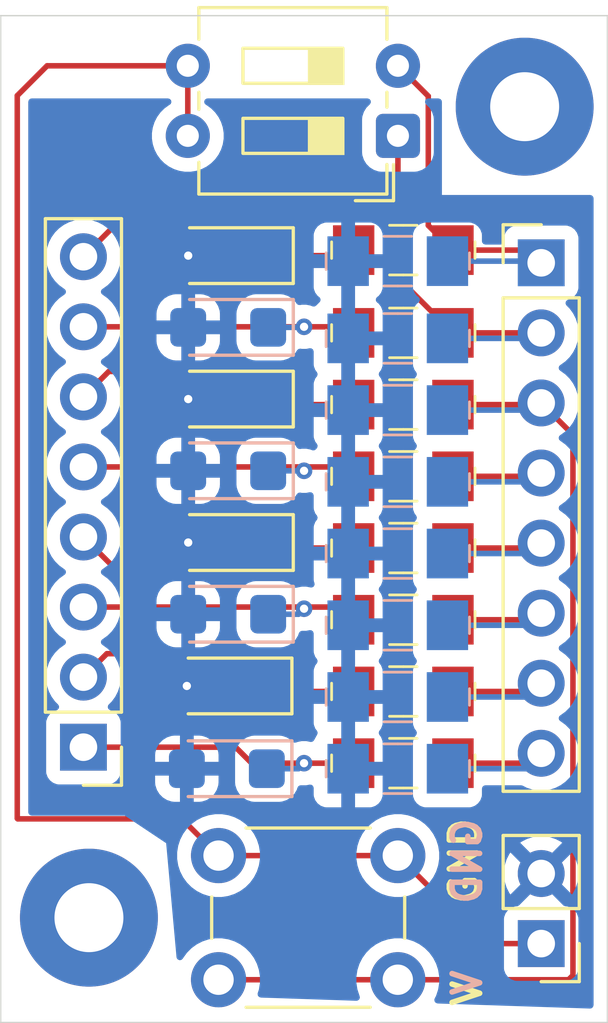
<source format=kicad_pcb>
(kicad_pcb (version 20241229) (generator "pcbnew") (generator_version "9.0")
  (layers (0 "F.Cu" signal) (2 "B.Cu" signal) (13 "F.Paste" user) (15 "B.Paste" user) (5 "F.SilkS" user "F.Silkscreen") (7 "B.SilkS" user "B.Silkscreen") (1 "F.Mask" user) (3 "B.Mask" user) (25 "Edge.Cuts" user))
  (net 0 "")
  (net 1 "GND")
  (net 2 "Net-(D9-K)")
  (net 3 "Net-(D10-K)")
  (net 4 "Net-(D11-K)")
  (net 5 "Net-(D12-K)")
  (net 6 "Net-(D13-K)")
  (net 7 "Net-(D14-K)")
  (net 8 "Net-(D15-K)")
  (net 9 "Net-(D16-K)")
  (net 10 "+3.3V")
  (net 11 "Net-(J1-Pin_8)")
  (net 12 "Net-(J1-Pin_7)")
  (net 13 "Net-(J1-Pin_6)")
  (net 14 "Net-(J1-Pin_5)")
  (net 15 "Net-(J1-Pin_4)")
  (net 16 "Net-(J1-Pin_3)")
  (net 17 "Net-(J1-Pin_2)")
  (net 18 "Net-(J1-Pin_1)")
  (footprint "digikey-footprints:1206" (layer "F.Cu") (at 170.6 82.2)
    (property "Reference" "R25" (hide yes))
    (property "Value" "R1")
    (fp_line (start -2.6 -0.3) (end -2.6 0.3) (stroke (width 0.1)) (layer "F.SilkS"))
    (fp_line (start 0 -0.9) (end -0.5 -0.9) (stroke (width 0.1)) (layer "F.SilkS"))
    (fp_line (start 0 -0.9) (end 0.5 -0.9) (stroke (width 0.1)) (layer "F.SilkS"))
    (fp_line (start 0 0.9) (end -0.5 0.9) (stroke (width 0.1)) (layer "F.SilkS"))
    (fp_line (start 0 0.9) (end 0.5 0.9) (stroke (width 0.1)) (layer "F.SilkS"))
    (fp_line (start 2.6 -0.3) (end 2.6 0.3) (stroke (width 0.1)) (layer "F.SilkS"))
    (pad "1" smd rect (at -1.8 0) (size 1.5 1.8) (layers "F.Cu" "F.Mask" "F.Paste") (net 6 "Net-(D13-K)"))
    (pad "2" smd rect (at 1.8 0) (size 1.5 1.8) (layers "F.Cu" "F.Mask" "F.Paste") (net 15 "Net-(J1-Pin_4)"))
  )
  (footprint "digikey-footprints:1206" (layer "F.Cu") (at 170.6 79.6)
    (property "Reference" "R27" (hide yes))
    (property "Value" "R1")
    (fp_line (start -2.6 -0.3) (end -2.6 0.3) (stroke (width 0.1)) (layer "F.SilkS"))
    (fp_line (start 0 -0.9) (end -0.5 -0.9) (stroke (width 0.1)) (layer "F.SilkS"))
    (fp_line (start 0 -0.9) (end 0.5 -0.9) (stroke (width 0.1)) (layer "F.SilkS"))
    (fp_line (start 0 0.9) (end -0.5 0.9) (stroke (width 0.1)) (layer "F.SilkS"))
    (fp_line (start 0 0.9) (end 0.5 0.9) (stroke (width 0.1)) (layer "F.SilkS"))
    (fp_line (start 2.6 -0.3) (end 2.6 0.3) (stroke (width 0.1)) (layer "F.SilkS"))
    (pad "1" smd rect (at -1.8 0) (size 1.5 1.8) (layers "F.Cu" "F.Mask" "F.Paste") (net 7 "Net-(D14-K)"))
    (pad "2" smd rect (at 1.8 0) (size 1.5 1.8) (layers "F.Cu" "F.Mask" "F.Paste") (net 16 "Net-(J1-Pin_3)"))
  )
  (footprint "Connector_PinHeader_2.54mm:PinHeader_1x08_P2.54mm_Vertical" (layer "F.Cu") (at 175.6 74.46)
    (property "Reference" "J1" (hide yes))
    (property "Value" "Conn_01x08_Pin" (hide yes))
    (fp_line (start -1.38 -1.38) (end 0 -1.38) (stroke (width 0.12)) (layer "F.SilkS"))
    (fp_line (start -1.38 0) (end -1.38 -1.38) (stroke (width 0.12)) (layer "F.SilkS"))
    (fp_line (start -1.38 1.27) (end -1.38 19.16) (stroke (width 0.12)) (layer "F.SilkS"))
    (fp_line (start -1.38 1.27) (end 1.38 1.27) (stroke (width 0.12)) (layer "F.SilkS"))
    (fp_line (start -1.38 19.16) (end 1.38 19.16) (stroke (width 0.12)) (layer "F.SilkS"))
    (fp_line (start 1.38 1.27) (end 1.38 19.16) (stroke (width 0.12)) (layer "F.SilkS"))
    (pad "1" thru_hole rect (at 0 0) (size 1.7 1.7) (drill 1) (layers "*.Cu" "*.Mask") (net 18 "Net-(J1-Pin_1)"))
    (pad "2" thru_hole circle (at 0 2.54) (size 1.7 1.7) (drill 1) (layers "*.Cu" "*.Mask") (net 17 "Net-(J1-Pin_2)"))
    (pad "3" thru_hole circle (at 0 5.08) (size 1.7 1.7) (drill 1) (layers "*.Cu" "*.Mask") (net 16 "Net-(J1-Pin_3)"))
    (pad "4" thru_hole circle (at 0 7.62) (size 1.7 1.7) (drill 1) (layers "*.Cu" "*.Mask") (net 15 "Net-(J1-Pin_4)"))
    (pad "5" thru_hole circle (at 0 10.16) (size 1.7 1.7) (drill 1) (layers "*.Cu" "*.Mask") (net 14 "Net-(J1-Pin_5)"))
    (pad "6" thru_hole circle (at 0 12.7) (size 1.7 1.7) (drill 1) (layers "*.Cu" "*.Mask") (net 13 "Net-(J1-Pin_6)"))
    (pad "7" thru_hole circle (at 0 15.24) (size 1.7 1.7) (drill 1) (layers "*.Cu" "*.Mask") (net 12 "Net-(J1-Pin_7)"))
    (pad "8" thru_hole circle (at 0 17.78) (size 1.7 1.7) (drill 1) (layers "*.Cu" "*.Mask") (net 11 "Net-(J1-Pin_8)"))
  )
  (footprint "digikey-footprints:1206" (layer "F.Cu") (at 170.6 87.4)
    (property "Reference" "R21" (hide yes))
    (property "Value" "R1")
    (fp_line (start -2.6 -0.3) (end -2.6 0.3) (stroke (width 0.1)) (layer "F.SilkS"))
    (fp_line (start 0 -0.9) (end -0.5 -0.9) (stroke (width 0.1)) (layer "F.SilkS"))
    (fp_line (start 0 -0.9) (end 0.5 -0.9) (stroke (width 0.1)) (layer "F.SilkS"))
    (fp_line (start 0 0.9) (end -0.5 0.9) (stroke (width 0.1)) (layer "F.SilkS"))
    (fp_line (start 0 0.9) (end 0.5 0.9) (stroke (width 0.1)) (layer "F.SilkS"))
    (fp_line (start 2.6 -0.3) (end 2.6 0.3) (stroke (width 0.1)) (layer "F.SilkS"))
    (pad "1" smd rect (at -1.8 0) (size 1.5 1.8) (layers "F.Cu" "F.Mask" "F.Paste") (net 4 "Net-(D11-K)"))
    (pad "2" smd rect (at 1.8 0) (size 1.5 1.8) (layers "F.Cu" "F.Mask" "F.Paste") (net 13 "Net-(J1-Pin_6)"))
  )
  (footprint "Diode_SMD:D_SMF" (layer "F.Cu") (at 164.2 89.8 180)
    (property "Reference" "D10" (hide yes))
    (property "Value" "D" (hide yes))
    (fp_line (start -2.36 1.01) (end 1.4 1.01) (stroke (width 0.12)) (layer "F.SilkS"))
    (fp_line (start -2.36 -1.01) (end 1.4 -1.01) (stroke (width 0.12)) (layer "F.SilkS"))
    (fp_line (start -2.36 -1.01) (end -2.36 1.01) (stroke (width 0.12)) (layer "F.SilkS"))
    (pad "1" smd roundrect (at -1.45 0 180) (size 1.3 1.4) (layers "F.Cu" "F.Mask" "F.Paste") (roundrect_rratio 0.1923076923) (net 3 "Net-(D10-K)"))
    (pad "2" smd roundrect (at 1.45 0 180) (size 1.3 1.4) (layers "F.Cu" "F.Mask" "F.Paste") (roundrect_rratio 0.1923076923) (net 1 "GND"))
  )
  (footprint "Diode_SMD:D_SMF" (layer "F.Cu") (at 164.25 79.4 180)
    (property "Reference" "D14" (hide yes))
    (property "Value" "D" (hide yes))
    (fp_line (start -2.36 1.01) (end 1.4 1.01) (stroke (width 0.12)) (layer "F.SilkS"))
    (fp_line (start -2.36 -1.01) (end 1.4 -1.01) (stroke (width 0.12)) (layer "F.SilkS"))
    (fp_line (start -2.36 -1.01) (end -2.36 1.01) (stroke (width 0.12)) (layer "F.SilkS"))
    (pad "1" smd roundrect (at -1.45 0 180) (size 1.3 1.4) (layers "F.Cu" "F.Mask" "F.Paste") (roundrect_rratio 0.1923076923) (net 7 "Net-(D14-K)"))
    (pad "2" smd roundrect (at 1.45 0 180) (size 1.3 1.4) (layers "F.Cu" "F.Mask" "F.Paste") (roundrect_rratio 0.1923076923) (net 1 "GND"))
  )
  (footprint "MountingHole:MountingHole_2.5mm_Pad" (layer "F.Cu") (at 175 68.8)
    (property "Reference" "H1" (hide yes))
    (property "Value" "MountingHole" (hide yes))
    (pad "1" thru_hole circle (at 0 0) (size 5 5) (drill 2.5) (layers "*.Cu" "*.Mask"))
  )
  (footprint "Button_Switch_THT:SW_PUSH_6mm" (layer "F.Cu") (at 170.4 100.45 180)
    (property "Reference" "SW2" (hide yes))
    (property "Value" "SW_Push" (hide yes))
    (fp_line (start 6.75 3) (end 6.75 1.5) (stroke (width 0.12)) (layer "F.SilkS"))
    (fp_line (start 5.5 -1) (end 1 -1) (stroke (width 0.12)) (layer "F.SilkS"))
    (fp_line (start 1 5.5) (end 5.5 5.5) (stroke (width 0.12)) (layer "F.SilkS"))
    (fp_line (start -0.25 1.5) (end -0.25 3) (stroke (width 0.12)) (layer "F.SilkS"))
    (pad "1" thru_hole circle (at 0 0 270) (size 2 2) (drill 1.1) (layers "*.Cu" "*.Mask") (net 16 "Net-(J1-Pin_3)"))
    (pad "1" thru_hole circle (at 6.5 0 270) (size 2 2) (drill 1.1) (layers "*.Cu" "*.Mask") (net 16 "Net-(J1-Pin_3)"))
    (pad "2" thru_hole circle (at 0 4.5 270) (size 2 2) (drill 1.1) (layers "*.Cu" "*.Mask") (net 10 "+3.3V"))
    (pad "2" thru_hole circle (at 6.5 4.5 270) (size 2 2) (drill 1.1) (layers "*.Cu" "*.Mask") (net 10 "+3.3V"))
  )
  (footprint "MountingHole:MountingHole_2.5mm_Pad" (layer "F.Cu") (at 159.2 98.2)
    (property "Reference" "H2" (hide yes))
    (property "Value" "MountingHole" (hide yes))
    (pad "1" thru_hole circle (at 0 0) (size 5 5) (drill 2.5) (layers "*.Cu" "*.Mask"))
  )
  (footprint "digikey-footprints:1206" (layer "F.Cu") (at 170.6 74)
    (property "Reference" "R31" (hide yes))
    (property "Value" "R1")
    (fp_line (start -2.6 -0.3) (end -2.6 0.3) (stroke (width 0.1)) (layer "F.SilkS"))
    (fp_line (start 0 -0.9) (end -0.5 -0.9) (stroke (width 0.1)) (layer "F.SilkS"))
    (fp_line (start 0 -0.9) (end 0.5 -0.9) (stroke (width 0.1)) (layer "F.SilkS"))
    (fp_line (start 0 0.9) (end -0.5 0.9) (stroke (width 0.1)) (layer "F.SilkS"))
    (fp_line (start 0 0.9) (end 0.5 0.9) (stroke (width 0.1)) (layer "F.SilkS"))
    (fp_line (start 2.6 -0.3) (end 2.6 0.3) (stroke (width 0.1)) (layer "F.SilkS"))
    (pad "1" smd rect (at -1.8 0) (size 1.5 1.8) (layers "F.Cu" "F.Mask" "F.Paste") (net 9 "Net-(D16-K)"))
    (pad "2" smd rect (at 1.8 0) (size 1.5 1.8) (layers "F.Cu" "F.Mask" "F.Paste") (net 18 "Net-(J1-Pin_1)"))
  )
  (footprint "digikey-footprints:1206" (layer "F.Cu") (at 170.6 77)
    (property "Reference" "R29" (hide yes))
    (property "Value" "R1")
    (fp_line (start -2.6 -0.3) (end -2.6 0.3) (stroke (width 0.1)) (layer "F.SilkS"))
    (fp_line (start 0 -0.9) (end -0.5 -0.9) (stroke (width 0.1)) (layer "F.SilkS"))
    (fp_line (start 0 -0.9) (end 0.5 -0.9) (stroke (width 0.1)) (layer "F.SilkS"))
    (fp_line (start 0 0.9) (end -0.5 0.9) (stroke (width 0.1)) (layer "F.SilkS"))
    (fp_line (start 0 0.9) (end 0.5 0.9) (stroke (width 0.1)) (layer "F.SilkS"))
    (fp_line (start 2.6 -0.3) (end 2.6 0.3) (stroke (width 0.1)) (layer "F.SilkS"))
    (pad "1" smd rect (at -1.8 0) (size 1.5 1.8) (layers "F.Cu" "F.Mask" "F.Paste") (net 8 "Net-(D15-K)"))
    (pad "2" smd rect (at 1.8 0) (size 1.5 1.8) (layers "F.Cu" "F.Mask" "F.Paste") (net 17 "Net-(J1-Pin_2)"))
  )
  (footprint "Button_Switch_THT:SW_DIP_SPSTx02_Slide_6.7x6.64mm_W7.62mm_P2.54mm_LowProfile" (layer "F.Cu") (at 170.405 69.8575 180)
    (property "Reference" "SW1" (hide yes))
    (property "Value" "SW_DIP_x02" (hide yes))
    (fp_line (start 7.22 3.5) (end 7.22 4.65) (stroke (width 0.12)) (layer "F.SilkS"))
    (fp_line (start 7.22 0.96) (end 7.22 1.58) (stroke (width 0.12)) (layer "F.SilkS"))
    (fp_line (start 7.22 -2.11) (end 7.22 -0.96) (stroke (width 0.12)) (layer "F.SilkS"))
    (fp_line (start 3.206667 1.905) (end 3.206667 3.175) (stroke (width 0.12)) (layer "F.SilkS"))
    (fp_line (start 3.206667 -0.635) (end 3.206667 0.635) (stroke (width 0.12)) (layer "F.SilkS"))
    (fp_line (start 0.4 4.65) (end 7.22 4.65) (stroke (width 0.12)) (layer "F.SilkS"))
    (fp_line (start 0.4 3.5) (end 0.4 4.65) (stroke (width 0.12)) (layer "F.SilkS"))
    (fp_line (start 0.4 1.04) (end 0.4 1.58) (stroke (width 0.12)) (layer "F.SilkS"))
    (fp_line (start 0.4 -2.11) (end 7.22 -2.11) (stroke (width 0.12)) (layer "F.SilkS"))
    (fp_line (start 0.4 -2.11) (end 0.4 -1.04) (stroke (width 0.12)) (layer "F.SilkS"))
    (fp_line (start 0.16 -2.35) (end 1.543 -2.35) (stroke (width 0.12)) (layer "F.SilkS"))
    (fp_line (start 0.16 -2.35) (end 0.16 -1.04) (stroke (width 0.12)) (layer "F.SilkS"))
    (fp_rect (start 2 1.905) (end 5.62 3.175) (stroke (width 0.12)) (fill no) (layer "F.SilkS"))
    (fp_rect (start 2 1.905) (end 3.206667 3.175) (stroke (width 0.12)) (fill yes) (layer "F.SilkS"))
    (fp_rect (start 2 -0.635) (end 5.62 0.635) (stroke (width 0.12)) (fill no) (layer "F.SilkS"))
    (fp_rect (start 2 -0.635) (end 3.206667 0.635) (stroke (width 0.12)) (fill yes) (layer "F.SilkS"))
    (pad "1" thru_hole roundrect (at 0 0 180) (size 1.6 1.6) (drill 0.8) (layers "*.Cu" "*.Mask") (roundrect_rratio 0.15625) (net 17 "Net-(J1-Pin_2)"))
    (pad "2" thru_hole circle (at 0 2.54 180) (size 1.6 1.6) (drill 0.8) (layers "*.Cu" "*.Mask") (net 18 "Net-(J1-Pin_1)"))
    (pad "3" thru_hole circle (at 7.62 2.54 180) (size 1.6 1.6) (drill 0.8) (layers "*.Cu" "*.Mask") (net 10 "+3.3V"))
    (pad "4" thru_hole circle (at 7.62 0 180) (size 1.6 1.6) (drill 0.8) (layers "*.Cu" "*.Mask") (net 10 "+3.3V"))
  )
  (footprint "Connector_PinHeader_2.54mm:PinHeader_1x08_P2.54mm_Vertical" (layer "F.Cu") (at 159 92.02 180)
    (property "Reference" "J2" (hide yes))
    (property "Value" "Conn_01x08_Pin" (hide yes))
    (fp_line (start 1.38 1.27) (end 1.38 19.16) (stroke (width 0.12)) (layer "F.SilkS"))
    (fp_line (start -1.38 19.16) (end 1.38 19.16) (stroke (width 0.12)) (layer "F.SilkS"))
    (fp_line (start -1.38 1.27) (end 1.38 1.27) (stroke (width 0.12)) (layer "F.SilkS"))
    (fp_line (start -1.38 1.27) (end -1.38 19.16) (stroke (width 0.12)) (layer "F.SilkS"))
    (fp_line (start -1.38 0) (end -1.38 -1.38) (stroke (width 0.12)) (layer "F.SilkS"))
    (fp_line (start -1.38 -1.38) (end 0 -1.38) (stroke (width 0.12)) (layer "F.SilkS"))
    (pad "1" thru_hole rect (at 0 0 180) (size 1.7 1.7) (drill 1) (layers "*.Cu" "*.Mask") (net 2 "Net-(D9-K)"))
    (pad "2" thru_hole circle (at 0 2.54 180) (size 1.7 1.7) (drill 1) (layers "*.Cu" "*.Mask") (net 3 "Net-(D10-K)"))
    (pad "3" thru_hole circle (at 0 5.08 180) (size 1.7 1.7) (drill 1) (layers "*.Cu" "*.Mask") (net 4 "Net-(D11-K)"))
    (pad "4" thru_hole circle (at 0 7.62 180) (size 1.7 1.7) (drill 1) (layers "*.Cu" "*.Mask") (net 5 "Net-(D12-K)"))
    (pad "5" thru_hole circle (at 0 10.16 180) (size 1.7 1.7) (drill 1) (layers "*.Cu" "*.Mask") (net 6 "Net-(D13-K)"))
    (pad "6" thru_hole circle (at 0 12.7 180) (size 1.7 1.7) (drill 1) (layers "*.Cu" "*.Mask") (net 7 "Net-(D14-K)"))
    (pad "7" thru_hole circle (at 0 15.24 180) (size 1.7 1.7) (drill 1) (layers "*.Cu" "*.Mask") (net 8 "Net-(D15-K)"))
    (pad "8" thru_hole circle (at 0 17.78 180) (size 1.7 1.7) (drill 1) (layers "*.Cu" "*.Mask") (net 9 "Net-(D16-K)"))
  )
  (footprint "digikey-footprints:1206" (layer "F.Cu") (at 170.6 90)
    (property "Reference" "R19" (hide yes))
    (property "Value" "R1")
    (fp_line (start -2.6 -0.3) (end -2.6 0.3) (stroke (width 0.1)) (layer "F.SilkS"))
    (fp_line (start 0 -0.9) (end -0.5 -0.9) (stroke (width 0.1)) (layer "F.SilkS"))
    (fp_line (start 0 -0.9) (end 0.5 -0.9) (stroke (width 0.1)) (layer "F.SilkS"))
    (fp_line (start 0 0.9) (end -0.5 0.9) (stroke (width 0.1)) (layer "F.SilkS"))
    (fp_line (start 0 0.9) (end 0.5 0.9) (stroke (width 0.1)) (layer "F.SilkS"))
    (fp_line (start 2.6 -0.3) (end 2.6 0.3) (stroke (width 0.1)) (layer "F.SilkS"))
    (pad "1" smd rect (at -1.8 0) (size 1.5 1.8) (layers "F.Cu" "F.Mask" "F.Paste") (net 3 "Net-(D10-K)"))
    (pad "2" smd rect (at 1.8 0) (size 1.5 1.8) (layers "F.Cu" "F.Mask" "F.Paste") (net 12 "Net-(J1-Pin_7)"))
  )
  (footprint "digikey-footprints:1206" (layer "F.Cu") (at 170.6 84.8)
    (property "Reference" "R23" (hide yes))
    (property "Value" "R1")
    (fp_line (start -2.6 -0.3) (end -2.6 0.3) (stroke (width 0.1)) (layer "F.SilkS"))
    (fp_line (start 0 -0.9) (end -0.5 -0.9) (stroke (width 0.1)) (layer "F.SilkS"))
    (fp_line (start 0 -0.9) (end 0.5 -0.9) (stroke (width 0.1)) (layer "F.SilkS"))
    (fp_line (start 0 0.9) (end -0.5 0.9) (stroke (width 0.1)) (layer "F.SilkS"))
    (fp_line (start 0 0.9) (end 0.5 0.9) (stroke (width 0.1)) (layer "F.SilkS"))
    (fp_line (start 2.6 -0.3) (end 2.6 0.3) (stroke (width 0.1)) (layer "F.SilkS"))
    (pad "1" smd rect (at -1.8 0) (size 1.5 1.8) (layers "F.Cu" "F.Mask" "F.Paste") (net 5 "Net-(D12-K)"))
    (pad "2" smd rect (at 1.8 0) (size 1.5 1.8) (layers "F.Cu" "F.Mask" "F.Paste") (net 14 "Net-(J1-Pin_5)"))
  )
  (footprint "Connector_PinHeader_2.54mm:PinHeader_1x02_P2.54mm_Vertical" (layer "F.Cu") (at 175.6 99.14 180)
    (property "Reference" "J4" (hide yes))
    (property "Value" "Conn_01x02_Pin" (hide yes))
    (fp_line (start 1.38 1.27) (end 1.38 3.92) (stroke (width 0.12)) (layer "F.SilkS"))
    (fp_line (start -1.38 3.92) (end 1.38 3.92) (stroke (width 0.12)) (layer "F.SilkS"))
    (fp_line (start -1.38 1.27) (end 1.38 1.27) (stroke (width 0.12)) (layer "F.SilkS"))
    (fp_line (start -1.38 1.27) (end -1.38 3.92) (stroke (width 0.12)) (layer "F.SilkS"))
    (fp_line (start -1.38 0) (end -1.38 -1.38) (stroke (width 0.12)) (layer "F.SilkS"))
    (fp_line (start -1.38 -1.38) (end 0 -1.38) (stroke (width 0.12)) (layer "F.SilkS"))
    (pad "1" thru_hole rect (at 0 0 180) (size 1.7 1.7) (drill 1) (layers "*.Cu" "*.Mask") (net 10 "+3.3V"))
    (pad "2" thru_hole circle (at 0 2.54 180) (size 1.7 1.7) (drill 1) (layers "*.Cu" "*.Mask") (net 1 "GND"))
  )
  (footprint "Diode_SMD:D_SMF" (layer "F.Cu") (at 164.25 84.6 180)
    (property "Reference" "D12" (hide yes))
    (property "Value" "D" (hide yes))
    (fp_line (start -2.36 1.01) (end 1.4 1.01) (stroke (width 0.12)) (layer "F.SilkS"))
    (fp_line (start -2.36 -1.01) (end 1.4 -1.01) (stroke (width 0.12)) (layer "F.SilkS"))
    (fp_line (start -2.36 -1.01) (end -2.36 1.01) (stroke (width 0.12)) (layer "F.SilkS"))
    (pad "1" smd roundrect (at -1.45 0 180) (size 1.3 1.4) (layers "F.Cu" "F.Mask" "F.Paste") (roundrect_rratio 0.1923076923) (net 5 "Net-(D12-K)"))
    (pad "2" smd roundrect (at 1.45 0 180) (size 1.3 1.4) (layers "F.Cu" "F.Mask" "F.Paste") (roundrect_rratio 0.1923076923) (net 1 "GND"))
  )
  (footprint "Diode_SMD:D_SMF" (layer "F.Cu") (at 164.25 74.2 180)
    (property "Reference" "D16" (hide yes))
    (property "Value" "D" (hide yes))
    (fp_line (start -2.36 1.01) (end 1.4 1.01) (stroke (width 0.12)) (layer "F.SilkS"))
    (fp_line (start -2.36 -1.01) (end 1.4 -1.01) (stroke (width 0.12)) (layer "F.SilkS"))
    (fp_line (start -2.36 -1.01) (end -2.36 1.01) (stroke (width 0.12)) (layer "F.SilkS"))
    (pad "1" smd roundrect (at -1.45 0 180) (size 1.3 1.4) (layers "F.Cu" "F.Mask" "F.Paste") (roundrect_rratio 0.1923076923) (net 9 "Net-(D16-K)"))
    (pad "2" smd roundrect (at 1.45 0 180) (size 1.3 1.4) (layers "F.Cu" "F.Mask" "F.Paste") (roundrect_rratio 0.1923076923) (net 1 "GND"))
  )
  (footprint "digikey-footprints:1206" (layer "F.Cu") (at 170.6 92.6)
    (property "Reference" "R17" (hide yes))
    (property "Value" "R1")
    (fp_line (start -2.6 -0.3) (end -2.6 0.3) (stroke (width 0.1)) (layer "F.SilkS"))
    (fp_line (start 0 -0.9) (end -0.5 -0.9) (stroke (width 0.1)) (layer "F.SilkS"))
    (fp_line (start 0 -0.9) (end 0.5 -0.9) (stroke (width 0.1)) (layer "F.SilkS"))
    (fp_line (start 0 0.9) (end -0.5 0.9) (stroke (width 0.1)) (layer "F.SilkS"))
    (fp_line (start 0 0.9) (end 0.5 0.9) (stroke (width 0.1)) (layer "F.SilkS"))
    (fp_line (start 2.6 -0.3) (end 2.6 0.3) (stroke (width 0.1)) (layer "F.SilkS"))
    (pad "1" smd rect (at -1.8 0) (size 1.5 1.8) (layers "F.Cu" "F.Mask" "F.Paste") (net 2 "Net-(D9-K)"))
    (pad "2" smd rect (at 1.8 0) (size 1.5 1.8) (layers "F.Cu" "F.Mask" "F.Paste") (net 11 "Net-(J1-Pin_8)"))
  )
  (footprint "digikey-footprints:1206" (layer "B.Cu") (at 170.4 77.2 180)
    (property "Reference" "R30" (hide yes))
    (property "Value" "R2")
    (fp_line (start 2.6 0.3) (end 2.6 -0.3) (stroke (width 0.1)) (layer "B.SilkS"))
    (fp_line (start 0 0.9) (end 0.5 0.9) (stroke (width 0.1)) (layer "B.SilkS"))
    (fp_line (start 0 0.9) (end -0.5 0.9) (stroke (width 0.1)) (layer "B.SilkS"))
    (fp_line (start 0 -0.9) (end 0.5 -0.9) (stroke (width 0.1)) (layer "B.SilkS"))
    (fp_line (start 0 -0.9) (end -0.5 -0.9) (stroke (width 0.1)) (layer "B.SilkS"))
    (fp_line (start -2.6 0.3) (end -2.6 -0.3) (stroke (width 0.1)) (layer "B.SilkS"))
    (pad "1" smd rect (at -1.8 0 180) (size 1.5 1.8) (layers "B.Cu" "B.Mask" "B.Paste") (net 17 "Net-(J1-Pin_2)"))
    (pad "2" smd rect (at 1.8 0 180) (size 1.5 1.8) (layers "B.Cu" "B.Mask" "B.Paste") (net 1 "GND"))
  )
  (footprint "Diode_SMD:D_SMF" (layer "B.Cu") (at 164.25 82 180)
    (property "Reference" "D13" (hide yes))
    (property "Value" "D" (hide yes))
    (fp_line (start -2.36 1.01) (end 1.4 1.01) (stroke (width 0.12)) (layer "B.SilkS"))
    (fp_line (start -2.36 1.01) (end -2.36 -1.01) (stroke (width 0.12)) (layer "B.SilkS"))
    (fp_line (start -2.36 -1.01) (end 1.4 -1.01) (stroke (width 0.12)) (layer "B.SilkS"))
    (pad "1" smd roundrect (at -1.45 0 180) (size 1.3 1.4) (layers "B.Cu" "B.Mask" "B.Paste") (roundrect_rratio 0.1923076923) (net 6 "Net-(D13-K)"))
    (pad "2" smd roundrect (at 1.45 0 180) (size 1.3 1.4) (layers "B.Cu" "B.Mask" "B.Paste") (roundrect_rratio 0.1923076923) (net 1 "GND"))
  )
  (footprint "digikey-footprints:1206" (layer "B.Cu") (at 170.4 92.8 180)
    (property "Reference" "R18" (hide yes))
    (property "Value" "R2")
    (fp_line (start 2.6 0.3) (end 2.6 -0.3) (stroke (width 0.1)) (layer "B.SilkS"))
    (fp_line (start 0 0.9) (end 0.5 0.9) (stroke (width 0.1)) (layer "B.SilkS"))
    (fp_line (start 0 0.9) (end -0.5 0.9) (stroke (width 0.1)) (layer "B.SilkS"))
    (fp_line (start 0 -0.9) (end 0.5 -0.9) (stroke (width 0.1)) (layer "B.SilkS"))
    (fp_line (start 0 -0.9) (end -0.5 -0.9) (stroke (width 0.1)) (layer "B.SilkS"))
    (fp_line (start -2.6 0.3) (end -2.6 -0.3) (stroke (width 0.1)) (layer "B.SilkS"))
    (pad "1" smd rect (at -1.8 0 180) (size 1.5 1.8) (layers "B.Cu" "B.Mask" "B.Paste") (net 11 "Net-(J1-Pin_8)"))
    (pad "2" smd rect (at 1.8 0 180) (size 1.5 1.8) (layers "B.Cu" "B.Mask" "B.Paste") (net 1 "GND"))
  )
  (footprint "digikey-footprints:1206" (layer "B.Cu") (at 170.4 74.4 180)
    (property "Reference" "R32" (hide yes))
    (property "Value" "R2")
    (fp_line (start 2.6 0.3) (end 2.6 -0.3) (stroke (width 0.1)) (layer "B.SilkS"))
    (fp_line (start 0 0.9) (end 0.5 0.9) (stroke (width 0.1)) (layer "B.SilkS"))
    (fp_line (start 0 0.9) (end -0.5 0.9) (stroke (width 0.1)) (layer "B.SilkS"))
    (fp_line (start 0 -0.9) (end 0.5 -0.9) (stroke (width 0.1)) (layer "B.SilkS"))
    (fp_line (start 0 -0.9) (end -0.5 -0.9) (stroke (width 0.1)) (layer "B.SilkS"))
    (fp_line (start -2.6 0.3) (end -2.6 -0.3) (stroke (width 0.1)) (layer "B.SilkS"))
    (pad "1" smd rect (at -1.8 0 180) (size 1.5 1.8) (layers "B.Cu" "B.Mask" "B.Paste") (net 18 "Net-(J1-Pin_1)"))
    (pad "2" smd rect (at 1.8 0 180) (size 1.5 1.8) (layers "B.Cu" "B.Mask" "B.Paste") (net 1 "GND"))
  )
  (footprint "digikey-footprints:1206" (layer "B.Cu") (at 170.4 85 180)
    (property "Reference" "R24" (hide yes))
    (property "Value" "R2")
    (fp_line (start 2.6 0.3) (end 2.6 -0.3) (stroke (width 0.1)) (layer "B.SilkS"))
    (fp_line (start 0 0.9) (end 0.5 0.9) (stroke (width 0.1)) (layer "B.SilkS"))
    (fp_line (start 0 0.9) (end -0.5 0.9) (stroke (width 0.1)) (layer "B.SilkS"))
    (fp_line (start 0 -0.9) (end 0.5 -0.9) (stroke (width 0.1)) (layer "B.SilkS"))
    (fp_line (start 0 -0.9) (end -0.5 -0.9) (stroke (width 0.1)) (layer "B.SilkS"))
    (fp_line (start -2.6 0.3) (end -2.6 -0.3) (stroke (width 0.1)) (layer "B.SilkS"))
    (pad "1" smd rect (at -1.8 0 180) (size 1.5 1.8) (layers "B.Cu" "B.Mask" "B.Paste") (net 14 "Net-(J1-Pin_5)"))
    (pad "2" smd rect (at 1.8 0 180) (size 1.5 1.8) (layers "B.Cu" "B.Mask" "B.Paste") (net 1 "GND"))
  )
  (footprint "digikey-footprints:1206" (layer "B.Cu") (at 170.4 79.8 180)
    (property "Reference" "R28" (hide yes))
    (property "Value" "R2")
    (fp_line (start 2.6 0.3) (end 2.6 -0.3) (stroke (width 0.1)) (layer "B.SilkS"))
    (fp_line (start 0 0.9) (end 0.5 0.9) (stroke (width 0.1)) (layer "B.SilkS"))
    (fp_line (start 0 0.9) (end -0.5 0.9) (stroke (width 0.1)) (layer "B.SilkS"))
    (fp_line (start 0 -0.9) (end 0.5 -0.9) (stroke (width 0.1)) (layer "B.SilkS"))
    (fp_line (start 0 -0.9) (end -0.5 -0.9) (stroke (width 0.1)) (layer "B.SilkS"))
    (fp_line (start -2.6 0.3) (end -2.6 -0.3) (stroke (width 0.1)) (layer "B.SilkS"))
    (pad "1" smd rect (at -1.8 0 180) (size 1.5 1.8) (layers "B.Cu" "B.Mask" "B.Paste") (net 16 "Net-(J1-Pin_3)"))
    (pad "2" smd rect (at 1.8 0 180) (size 1.5 1.8) (layers "B.Cu" "B.Mask" "B.Paste") (net 1 "GND"))
  )
  (footprint "digikey-footprints:1206" (layer "B.Cu") (at 170.4 87.6 180)
    (property "Reference" "R22" (hide yes))
    (property "Value" "R2")
    (fp_line (start 2.6 0.3) (end 2.6 -0.3) (stroke (width 0.1)) (layer "B.SilkS"))
    (fp_line (start 0 0.9) (end 0.5 0.9) (stroke (width 0.1)) (layer "B.SilkS"))
    (fp_line (start 0 0.9) (end -0.5 0.9) (stroke (width 0.1)) (layer "B.SilkS"))
    (fp_line (start 0 -0.9) (end 0.5 -0.9) (stroke (width 0.1)) (layer "B.SilkS"))
    (fp_line (start 0 -0.9) (end -0.5 -0.9) (stroke (width 0.1)) (layer "B.SilkS"))
    (fp_line (start -2.6 0.3) (end -2.6 -0.3) (stroke (width 0.1)) (layer "B.SilkS"))
    (pad "1" smd rect (at -1.8 0 180) (size 1.5 1.8) (layers "B.Cu" "B.Mask" "B.Paste") (net 13 "Net-(J1-Pin_6)"))
    (pad "2" smd rect (at 1.8 0 180) (size 1.5 1.8) (layers "B.Cu" "B.Mask" "B.Paste") (net 1 "GND"))
  )
  (footprint "Diode_SMD:D_SMF" (layer "B.Cu") (at 164.25 87.2 180)
    (property "Reference" "D11" (hide yes))
    (property "Value" "D" (hide yes))
    (fp_line (start -2.36 1.01) (end 1.4 1.01) (stroke (width 0.12)) (layer "B.SilkS"))
    (fp_line (start -2.36 1.01) (end -2.36 -1.01) (stroke (width 0.12)) (layer "B.SilkS"))
    (fp_line (start -2.36 -1.01) (end 1.4 -1.01) (stroke (width 0.12)) (layer "B.SilkS"))
    (pad "1" smd roundrect (at -1.45 0 180) (size 1.3 1.4) (layers "B.Cu" "B.Mask" "B.Paste") (roundrect_rratio 0.1923076923) (net 4 "Net-(D11-K)"))
    (pad "2" smd roundrect (at 1.45 0 180) (size 1.3 1.4) (layers "B.Cu" "B.Mask" "B.Paste") (roundrect_rratio 0.1923076923) (net 1 "GND"))
  )
  (footprint "Diode_SMD:D_SMF" (layer "B.Cu") (at 164.2 92.8 180)
    (property "Reference" "D9" (hide yes))
    (property "Value" "D" (hide yes))
    (fp_line (start -2.36 1.01) (end 1.4 1.01) (stroke (width 0.12)) (layer "B.SilkS"))
    (fp_line (start -2.36 1.01) (end -2.36 -1.01) (stroke (width 0.12)) (layer "B.SilkS"))
    (fp_line (start -2.36 -1.01) (end 1.4 -1.01) (stroke (width 0.12)) (layer "B.SilkS"))
    (pad "1" smd roundrect (at -1.45 0 180) (size 1.3 1.4) (layers "B.Cu" "B.Mask" "B.Paste") (roundrect_rratio 0.1923076923) (net 2 "Net-(D9-K)"))
    (pad "2" smd roundrect (at 1.45 0 180) (size 1.3 1.4) (layers "B.Cu" "B.Mask" "B.Paste") (roundrect_rratio 0.1923076923) (net 1 "GND"))
  )
  (footprint "digikey-footprints:1206" (layer "B.Cu") (at 170.4 90.2 180)
    (property "Reference" "R20" (hide yes))
    (property "Value" "R2")
    (fp_line (start 2.6 0.3) (end 2.6 -0.3) (stroke (width 0.1)) (layer "B.SilkS"))
    (fp_line (start 0 0.9) (end 0.5 0.9) (stroke (width 0.1)) (layer "B.SilkS"))
    (fp_line (start 0 0.9) (end -0.5 0.9) (stroke (width 0.1)) (layer "B.SilkS"))
    (fp_line (start 0 -0.9) (end 0.5 -0.9) (stroke (width 0.1)) (layer "B.SilkS"))
    (fp_line (start 0 -0.9) (end -0.5 -0.9) (stroke (width 0.1)) (layer "B.SilkS"))
    (fp_line (start -2.6 0.3) (end -2.6 -0.3) (stroke (width 0.1)) (layer "B.SilkS"))
    (pad "1" smd rect (at -1.8 0 180) (size 1.5 1.8) (layers "B.Cu" "B.Mask" "B.Paste") (net 12 "Net-(J1-Pin_7)"))
    (pad "2" smd rect (at 1.8 0 180) (size 1.5 1.8) (layers "B.Cu" "B.Mask" "B.Paste") (net 1 "GND"))
  )
  (footprint "digikey-footprints:1206" (layer "B.Cu") (at 170.4 82.4 180)
    (property "Reference" "R26" (hide yes))
    (property "Value" "R2")
    (fp_line (start 2.6 0.3) (end 2.6 -0.3) (stroke (width 0.1)) (layer "B.SilkS"))
    (fp_line (start 0 0.9) (end 0.5 0.9) (stroke (width 0.1)) (layer "B.SilkS"))
    (fp_line (start 0 0.9) (end -0.5 0.9) (stroke (width 0.1)) (layer "B.SilkS"))
    (fp_line (start 0 -0.9) (end 0.5 -0.9) (stroke (width 0.1)) (layer "B.SilkS"))
    (fp_line (start 0 -0.9) (end -0.5 -0.9) (stroke (width 0.1)) (layer "B.SilkS"))
    (fp_line (start -2.6 0.3) (end -2.6 -0.3) (stroke (width 0.1)) (layer "B.SilkS"))
    (pad "1" smd rect (at -1.8 0 180) (size 1.5 1.8) (layers "B.Cu" "B.Mask" "B.Paste") (net 15 "Net-(J1-Pin_4)"))
    (pad "2" smd rect (at 1.8 0 180) (size 1.5 1.8) (layers "B.Cu" "B.Mask" "B.Paste") (net 1 "GND"))
  )
  (footprint "Diode_SMD:D_SMF" (layer "B.Cu") (at 164.25 76.8 180)
    (property "Reference" "D15" (hide yes))
    (property "Value" "D" (hide yes))
    (fp_line (start -2.36 1.01) (end 1.4 1.01) (stroke (width 0.12)) (layer "B.SilkS"))
    (fp_line (start -2.36 1.01) (end -2.36 -1.01) (stroke (width 0.12)) (layer "B.SilkS"))
    (fp_line (start -2.36 -1.01) (end 1.4 -1.01) (stroke (width 0.12)) (layer "B.SilkS"))
    (pad "1" smd roundrect (at -1.45 0 180) (size 1.3 1.4) (layers "B.Cu" "B.Mask" "B.Paste") (roundrect_rratio 0.1923076923) (net 8 "Net-(D15-K)"))
    (pad "2" smd roundrect (at 1.45 0 180) (size 1.3 1.4) (layers "B.Cu" "B.Mask" "B.Paste") (roundrect_rratio 0.1923076923) (net 1 "GND"))
  )
  (gr_line (start 178 102) (end 156 102) (stroke (width 0.05)) (layer "Edge.Cuts"))
  (gr_line (start 156 102) (end 156 65.5) (stroke (width 0.05)) (layer "Edge.Cuts"))
  (gr_line (start 178 65.5) (end 178 102) (stroke (width 0.05)) (layer "Edge.Cuts"))
  (gr_line (start 156 65.5) (end 178 65.5) (stroke (width 0.05)) (layer "Edge.Cuts"))
  (gr_text "V" (at 173.5 101.5 90) (layer "F.SilkS") (effects (font (size 1 1) (thickness 0.2) (bold yes)) (justify left bottom)))
  (gr_text "GND" (at 173.4 97.8 90) (layer "F.SilkS") (effects (font (size 1 1) (thickness 0.2) (bold yes)) (justify left bottom)))
  (gr_text "V" (at 173.5 100 90) (layer "B.SilkS") (effects (font (size 1 1) (thickness 0.2) (bold yes)) (justify left bottom mirror)))
  (gr_text "GND" (at 173.5 94.5 90) (layer "B.SilkS") (effects (font (size 1 1) (thickness 0.2) (bold yes)) (justify left bottom mirror)))
  (via (at 162.8 74.2) (size 0.6) (drill 0.3) (layers "F.Cu" "B.Cu") (net 1))
  (via (at 162.75 89.8) (size 0.6) (drill 0.3) (layers "F.Cu" "B.Cu") (net 1))
  (via (at 162.8 79.4) (size 0.6) (drill 0.3) (layers "F.Cu" "B.Cu") (net 1))
  (via (at 162.8 84.6) (size 0.6) (drill 0.3) (layers "F.Cu" "B.Cu") (net 1))
  (segment (start 167 92.6) (end 168.8 92.6) (width 0.2) (layer "F.Cu") (net 2))
  (segment (start 164.52 92.02) (end 165.1 92.6) (width 0.2) (layer "F.Cu") (net 2))
  (segment (start 159 92.02) (end 164.52 92.02) (width 0.2) (layer "F.Cu") (net 2))
  (segment (start 165.1 92.6) (end 167 92.6) (width 0.2) (layer "F.Cu") (net 2))
  (via (at 167 92.6) (size 0.6) (drill 0.3) (layers "F.Cu" "B.Cu") (net 2))
  (segment (start 166.8 92.8) (end 167 92.6) (width 0.2) (layer "B.Cu") (net 2))
  (segment (start 165.65 92.8) (end 166.8 92.8) (width 0.2) (layer "B.Cu") (net 2))
  (segment (start 164.48 88.63) (end 165.65 89.8) (width 0.2) (layer "F.Cu") (net 3))
  (segment (start 166.5 90) (end 168.8 90) (width 0.2) (layer "F.Cu") (net 3))
  (segment (start 166.3 89.8) (end 166.5 90) (width 0.2) (layer "F.Cu") (net 3))
  (segment (start 159 89.48) (end 159.85 88.63) (width 0.2) (layer "F.Cu") (net 3))
  (segment (start 165.65 89.8) (end 166.3 89.8) (width 0.2) (layer "F.Cu") (net 3))
  (segment (start 159.85 88.63) (end 164.48 88.63) (width 0.2) (layer "F.Cu") (net 3))
  (segment (start 159 86.94) (end 168.34 86.94) (width 0.2) (layer "F.Cu") (net 4))
  (segment (start 168.34 86.94) (end 168.8 87.4) (width 0.2) (layer "F.Cu") (net 4))
  (via (at 167 87) (size 0.6) (drill 0.3) (layers "F.Cu" "B.Cu") (net 4))
  (segment (start 166.8 87.2) (end 167 87) (width 0.2) (layer "B.Cu") (net 4))
  (segment (start 165.7 87.2) (end 166.8 87.2) (width 0.2) (layer "B.Cu") (net 4))
  (segment (start 165.7 84.6) (end 166.4 84.6) (width 0.2) (layer "F.Cu") (net 5))
  (segment (start 160.201 85.601) (end 164.699 85.601) (width 0.2) (layer "F.Cu") (net 5))
  (segment (start 166.4 84.6) (end 166.6 84.8) (width 0.2) (layer "F.Cu") (net 5))
  (segment (start 159 84.4) (end 160.201 85.601) (width 0.2) (layer "F.Cu") (net 5))
  (segment (start 164.699 85.601) (end 165.7 84.6) (width 0.2) (layer "F.Cu") (net 5))
  (segment (start 166.6 84.8) (end 168.8 84.8) (width 0.2) (layer "F.Cu") (net 5))
  (segment (start 168.46 81.86) (end 168.8 82.2) (width 0.2) (layer "F.Cu") (net 6))
  (segment (start 159 81.86) (end 168.46 81.86) (width 0.2) (layer "F.Cu") (net 6))
  (via (at 167 82) (size 0.6) (drill 0.3) (layers "F.Cu" "B.Cu") (net 6))
  (segment (start 165.7 82) (end 167 82) (width 0.2) (layer "B.Cu") (net 6))
  (segment (start 164.699 78.399) (end 165.7 79.4) (width 0.2) (layer "F.Cu") (net 7))
  (segment (start 166.6 79.6) (end 168.8 79.6) (width 0.2) (layer "F.Cu") (net 7))
  (segment (start 159.921 78.399) (end 164.699 78.399) (width 0.2) (layer "F.Cu") (net 7))
  (segment (start 166.4 79.4) (end 166.6 79.6) (width 0.2) (layer "F.Cu") (net 7))
  (segment (start 159 79.32) (end 159.921 78.399) (width 0.2) (layer "F.Cu") (net 7))
  (segment (start 165.7 79.4) (end 166.4 79.4) (width 0.2) (layer "F.Cu") (net 7))
  (segment (start 159 76.78) (end 167 76.78) (width 0.2) (layer "F.Cu") (net 8))
  (segment (start 168.58 76.78) (end 168.8 77) (width 0.2) (layer "F.Cu") (net 8))
  (segment (start 167 76.78) (end 168.58 76.78) (width 0.2) (layer "F.Cu") (net 8))
  (via (at 167 76.78) (size 0.6) (drill 0.3) (layers "F.Cu" "B.Cu") (net 8))
  (segment (start 166.98 76.8) (end 167 76.78) (width 0.2) (layer "B.Cu") (net 8))
  (segment (start 165.7 76.8) (end 166.98 76.8) (width 0.2) (layer "B.Cu") (net 8))
  (segment (start 168.6 74.2) (end 168.8 74) (width 0.2) (layer "F.Cu") (net 9))
  (segment (start 164.5 73) (end 165.7 74.2) (width 0.2) (layer "F.Cu") (net 9))
  (segment (start 159 74.24) (end 160.24 73) (width 0.2) (layer "F.Cu") (net 9))
  (segment (start 165.7 74.2) (end 168.6 74.2) (width 0.2) (layer "F.Cu") (net 9))
  (segment (start 160.24 73) (end 164.5 73) (width 0.2) (layer "F.Cu") (net 9))
  (segment (start 156.601 68.399) (end 157.6825 67.3175) (width 0.2) (layer "F.Cu") (net 10))
  (segment (start 162.568 94.618) (end 156.618 94.618) (width 0.2) (layer "F.Cu") (net 10))
  (segment (start 156.618 94.618) (end 156.601 94.601) (width 0.2) (layer "F.Cu") (net 10))
  (segment (start 156.601 94.601) (end 156.601 68.399) (width 0.2) (layer "F.Cu") (net 10))
  (segment (start 157.6825 67.3175) (end 162.785 67.3175) (width 0.2) (layer "F.Cu") (net 10))
  (segment (start 175.6 99.14) (end 173.59 99.14) (width 0.2) (layer "F.Cu") (net 10))
  (segment (start 163.9 95.95) (end 170.4 95.95) (width 0.2) (layer "F.Cu") (net 10))
  (segment (start 163.9 95.95) (end 162.568 94.618) (width 0.2) (layer "F.Cu") (net 10))
  (segment (start 173.59 99.14) (end 170.4 95.95) (width 0.2) (layer "F.Cu") (net 10))
  (segment (start 162.785 67.3175) (end 162.785 69.8575) (width 0.2) (layer "F.Cu") (net 10))
  (segment (start 175.24 92.6) (end 175.6 92.24) (width 0.2) (layer "F.Cu") (net 11))
  (segment (start 172.4 92.6) (end 175.24 92.6) (width 0.2) (layer "F.Cu") (net 11))
  (segment (start 175.04 92.8) (end 175.6 92.24) (width 0.2) (layer "B.Cu") (net 11))
  (segment (start 172.2 92.8) (end 175.04 92.8) (width 0.2) (layer "B.Cu") (net 11))
  (segment (start 172.4 90) (end 175.3 90) (width 0.2) (layer "F.Cu") (net 12))
  (segment (start 175.3 90) (end 175.6 89.7) (width 0.2) (layer "F.Cu") (net 12))
  (segment (start 175.1 90.2) (end 175.6 89.7) (width 0.2) (layer "B.Cu") (net 12))
  (segment (start 172.2 90.2) (end 175.1 90.2) (width 0.2) (layer "B.Cu") (net 12))
  (segment (start 175.36 87.4) (end 175.6 87.16) (width 0.2) (layer "F.Cu") (net 13))
  (segment (start 172.4 87.4) (end 175.36 87.4) (width 0.2) (layer "F.Cu") (net 13))
  (segment (start 172.2 87.6) (end 175.16 87.6) (width 0.2) (layer "B.Cu") (net 13))
  (segment (start 175.16 87.6) (end 175.6 87.16) (width 0.2) (layer "B.Cu") (net 13))
  (segment (start 172.4 84.8) (end 175.42 84.8) (width 0.2) (layer "F.Cu") (net 14))
  (segment (start 175.42 84.8) (end 175.6 84.62) (width 0.2) (layer "F.Cu") (net 14))
  (segment (start 172.2 85) (end 175.22 85) (width 0.2) (layer "B.Cu") (net 14))
  (segment (start 175.22 85) (end 175.6 84.62) (width 0.2) (layer "B.Cu") (net 14))
  (segment (start 172.4 82.2) (end 175.48 82.2) (width 0.2) (layer "F.Cu") (net 15))
  (segment (start 175.48 82.2) (end 175.6 82.08) (width 0.2) (layer "F.Cu") (net 15))
  (segment (start 172.2 82.4) (end 175.28 82.4) (width 0.2) (layer "B.Cu") (net 15))
  (segment (start 175.28 82.4) (end 175.6 82.08) (width 0.2) (layer "B.Cu") (net 15))
  (segment (start 172.4 79.6) (end 175.54 79.6) (width 0.2) (layer "F.Cu") (net 16))
  (segment (start 170.4 100.45) (end 176.592 100.45) (width 0.2) (layer "F.Cu") (net 16))
  (segment (start 170.4 100.45) (end 163.9 100.45) (width 0.2) (layer "F.Cu") (net 16))
  (segment (start 175.54 79.6) (end 175.6 79.54) (width 0.2) (layer "F.Cu") (net 16))
  (segment (start 176.751 100.291) (end 176.751 80.691) (width 0.2) (layer "F.Cu") (net 16))
  (segment (start 176.592 100.45) (end 176.751 100.291) (width 0.2) (layer "F.Cu") (net 16))
  (segment (start 176.751 80.691) (end 175.6 79.54) (width 0.2) (layer "F.Cu") (net 16))
  (segment (start 172.2 79.8) (end 175.34 79.8) (width 0.2) (layer "B.Cu") (net 16))
  (segment (start 175.34 79.8) (end 175.6 79.54) (width 0.2) (layer "B.Cu") (net 16))
  (segment (start 172.4 77) (end 175.6 77) (width 0.2) (layer "F.Cu") (net 17))
  (segment (start 170.405 75.005) (end 172.4 77) (width 0.2) (layer "F.Cu") (net 17))
  (segment (start 170.405 69.8575) (end 170.405 75.005) (width 0.2) (layer "F.Cu") (net 17))
  (segment (start 172.2 77.2) (end 175.4 77.2) (width 0.2) (layer "B.Cu") (net 17))
  (segment (start 175.4 77.2) (end 175.6 77) (width 0.2) (layer "B.Cu") (net 17))
  (segment (start 170.405 67.3175) (end 171.506 68.4185) (width 0.2) (layer "F.Cu") (net 18))
  (segment (start 172.4 74) (end 175.14 74) (width 0.2) (layer "F.Cu") (net 18))
  (segment (start 175.14 74) (end 175.6 74.46) (width 0.2) (layer "F.Cu") (net 18))
  (segment (start 171.506 68.4185) (end 171.506 73.106) (width 0.2) (layer "F.Cu") (net 18))
  (segment (start 171.506 73.106) (end 172.4 74) (width 0.2) (layer "F.Cu") (net 18))
  (segment (start 172.2 74.4) (end 175.54 74.4) (width 0.2) (layer "B.Cu") (net 18))
  (segment (start 175.54 74.4) (end 175.6 74.46) (width 0.2) (layer "B.Cu") (net 18))
  (zone (net 1) (net_name "GND") (layer "B.Cu") (connect_pads (clearance 0.5)) (min_thickness 0.25) (fill yes (thermal_gap 0.5) (thermal_bridge_width 0.5))
    (polygon (pts (xy 157 68.5) (xy 172 68.5) (xy 172 72) (xy 177.5 72) (xy 177.5 101.5) (xy 162.5 101) (xy 162 95.5) (xy 160.5 94.5) (xy 157 94.5)))
  )
)
</source>
